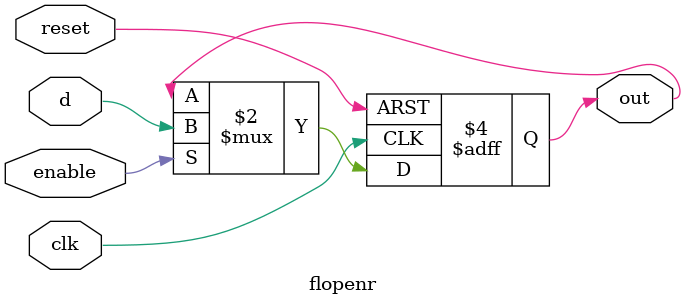
<source format=sv>
module flopenr(input logic clk,
               input logic reset,
			   input logic enable,
			   input logic d,
               output logic out);
					
	always_ff @(posedge clk, posedge reset)
		if (reset)       out <= 0;
		else if (enable) out <= d;
		
endmodule

</source>
